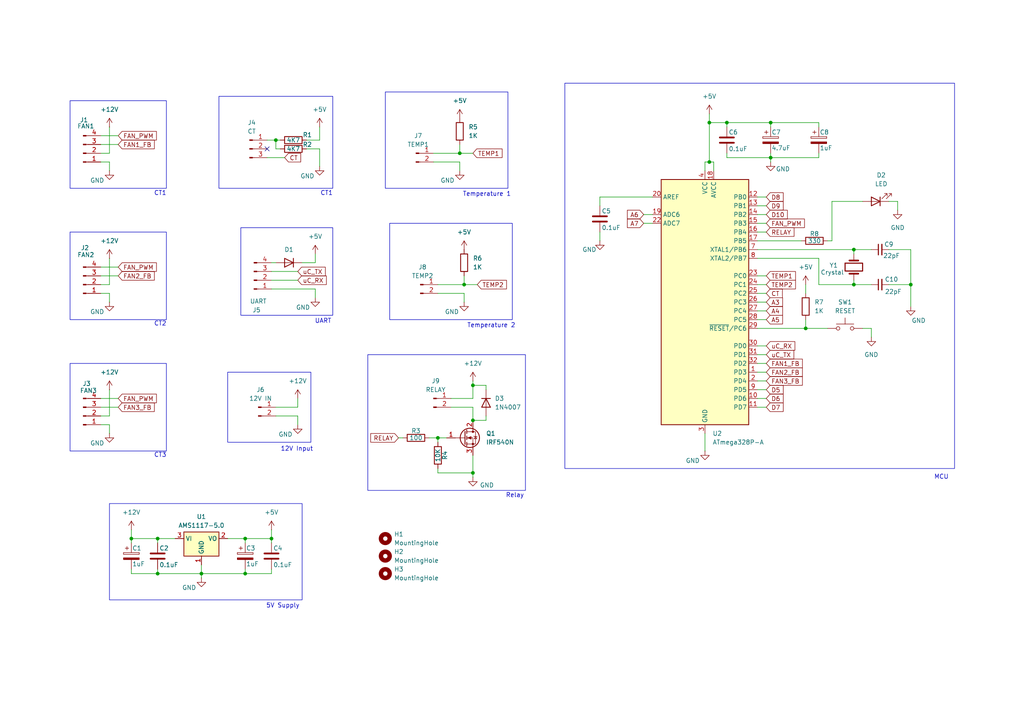
<source format=kicad_sch>
(kicad_sch (version 20231120) (generator "eeschema") (generator_version "8.0")
  (paper "A4")
  (lib_symbols
    (symbol "Connector:Conn_01x02_Pin" (pin_names (offset 1.016) hide)
      (property "Reference" "J" (at 0 2.54 0))
      (property "Value" "Conn_01x02_Pin" (at 0 -5.08 0))
      (symbol "Conn_01x02_Pin_1_1"
        (polyline (pts (xy 1.27 -2.54) (xy 0.8636 -2.54)) (stroke (width 0.1524)))
        (polyline (pts (xy 1.27 0) (xy 0.8636 0)) (stroke (width 0.1524)))
        (rectangle (start 0.8636 -2.413) (end 0 -2.667) (stroke (width 0.1524)) (fill (type outline)))
        (rectangle (start 0.8636 0.127) (end 0 -0.127) (stroke (width 0.1524)) (fill (type outline)))
        (pin passive line (at 5.08 0 180) (length 3.81) (name "Pin_1") (number "1"))
        (pin passive line (at 5.08 -2.54 180) (length 3.81) (name "Pin_2") (number "2"))
      )
    )
    (symbol "Connector:Conn_01x03_Pin" (pin_names (offset 1.016) hide)
      (property "Reference" "J" (at 0 5.08 0))
      (property "Value" "Conn_01x03_Pin" (at 0 -5.08 0))
      (symbol "Conn_01x03_Pin_1_1"
        (polyline (pts (xy 1.27 -2.54) (xy 0.8636 -2.54)) (stroke (width 0.1524)))
        (polyline (pts (xy 1.27 0) (xy 0.8636 0)) (stroke (width 0.1524)))
        (polyline (pts (xy 1.27 2.54) (xy 0.8636 2.54)) (stroke (width 0.1524)))
        (rectangle (start 0.8636 -2.413) (end 0 -2.667) (stroke (width 0.1524)) (fill (type outline)))
        (rectangle (start 0.8636 0.127) (end 0 -0.127) (stroke (width 0.1524)) (fill (type outline)))
        (rectangle (start 0.8636 2.667) (end 0 2.413) (stroke (width 0.1524)) (fill (type outline)))
        (pin passive line (at 5.08 2.54 180) (length 3.81) (name "Pin_1") (number "1"))
        (pin passive line (at 5.08 0 180) (length 3.81) (name "Pin_2") (number "2"))
        (pin passive line (at 5.08 -2.54 180) (length 3.81) (name "Pin_3") (number "3"))
      )
    )
    (symbol "Connector:Conn_01x04_Pin" (pin_names (offset 1.016) hide)
      (property "Reference" "J" (at 0 5.08 0))
      (property "Value" "Conn_01x04_Pin" (at 0 -7.62 0))
      (symbol "Conn_01x04_Pin_1_1"
        (polyline (pts (xy 1.27 -5.08) (xy 0.8636 -5.08)) (stroke (width 0.1524)))
        (polyline (pts (xy 1.27 -2.54) (xy 0.8636 -2.54)) (stroke (width 0.1524)))
        (polyline (pts (xy 1.27 0) (xy 0.8636 0)) (stroke (width 0.1524)))
        (polyline (pts (xy 1.27 2.54) (xy 0.8636 2.54)) (stroke (width 0.1524)))
        (rectangle (start 0.8636 -4.953) (end 0 -5.207) (stroke (width 0.1524)) (fill (type outline)))
        (rectangle (start 0.8636 -2.413) (end 0 -2.667) (stroke (width 0.1524)) (fill (type outline)))
        (rectangle (start 0.8636 0.127) (end 0 -0.127) (stroke (width 0.1524)) (fill (type outline)))
        (rectangle (start 0.8636 2.667) (end 0 2.413) (stroke (width 0.1524)) (fill (type outline)))
        (pin passive line (at 5.08 2.54 180) (length 3.81) (name "Pin_1") (number "1"))
        (pin passive line (at 5.08 0 180) (length 3.81) (name "Pin_2") (number "2"))
        (pin passive line (at 5.08 -2.54 180) (length 3.81) (name "Pin_3") (number "3"))
        (pin passive line (at 5.08 -5.08 180) (length 3.81) (name "Pin_4") (number "4"))
      )
    )
    (symbol "Device:C" (pin_numbers hide) (pin_names (offset 0.254))
      (property "Reference" "C" (at 0.635 2.54 0))
      (property "Value" "C" (at 0.635 -2.54 0))
      (symbol "C_0_1"
        (polyline (pts (xy -2.032 -0.762) (xy 2.032 -0.762)) (stroke (width 0.508)))
        (polyline (pts (xy -2.032 0.762) (xy 2.032 0.762)) (stroke (width 0.508)))
      )
      (symbol "C_1_1"
        (pin passive line (at 0 3.81 270) (length 2.794) (name "~") (number "1"))
        (pin passive line (at 0 -3.81 90) (length 2.794) (name "~") (number "2"))
      )
    )
    (symbol "Device:C_Polarized" (pin_numbers hide) (pin_names (offset 0.254))
      (property "Reference" "C" (at 0.635 2.54 0))
      (property "Value" "C_Polarized" (at 0.635 -2.54 0))
      (symbol "C_Polarized_0_1"
        (rectangle (start -2.286 0.508) (end 2.286 1.016))
        (polyline (pts (xy -1.778 2.286) (xy -0.762 2.286)))
        (polyline (pts (xy -1.27 2.794) (xy -1.27 1.778)))
        (rectangle (start 2.286 -0.508) (end -2.286 -1.016) (fill (type outline)))
      )
      (symbol "C_Polarized_1_1"
        (pin passive line (at 0 3.81 270) (length 2.794) (name "~") (number "1"))
        (pin passive line (at 0 -3.81 90) (length 2.794) (name "~") (number "2"))
      )
    )
    (symbol "Device:C_Small" (pin_numbers hide) (pin_names (offset 0.254) hide)
      (property "Reference" "C" (at 0.254 1.778 0))
      (property "Value" "C_Small" (at 0.254 -2.032 0))
      (symbol "C_Small_0_1"
        (polyline (pts (xy -1.524 -0.508) (xy 1.524 -0.508)) (stroke (width 0.3302)))
        (polyline (pts (xy -1.524 0.508) (xy 1.524 0.508)) (stroke (width 0.3048)))
      )
      (symbol "C_Small_1_1"
        (pin passive line (at 0 2.54 270) (length 2.032) (name "~") (number "1"))
        (pin passive line (at 0 -2.54 90) (length 2.032) (name "~") (number "2"))
      )
    )
    (symbol "Device:Crystal" (pin_numbers hide) (pin_names (offset 1.016) hide)
      (property "Reference" "Y" (at 0 3.81 0))
      (property "Value" "Crystal" (at 0 -3.81 0))
      (symbol "Crystal_0_1"
        (rectangle (start -1.143 2.54) (end 1.143 -2.54) (stroke (width 0.3048)))
        (polyline (pts (xy -2.54 0) (xy -1.905 0)))
        (polyline (pts (xy -1.905 -1.27) (xy -1.905 1.27)) (stroke (width 0.508)))
        (polyline (pts (xy 1.905 -1.27) (xy 1.905 1.27)) (stroke (width 0.508)))
        (polyline (pts (xy 2.54 0) (xy 1.905 0)))
      )
      (symbol "Crystal_1_1"
        (pin passive line (at -3.81 0 0) (length 1.27) (name "1") (number "1"))
        (pin passive line (at 3.81 0 180) (length 1.27) (name "2") (number "2"))
      )
    )
    (symbol "Device:D" (pin_numbers hide) (pin_names (offset 1.016) hide)
      (property "Reference" "D" (at 0 2.54 0))
      (property "Value" "D" (at 0 -2.54 0))
      (symbol "D_0_1"
        (polyline (pts (xy -1.27 1.27) (xy -1.27 -1.27)) (stroke (width 0.254)))
        (polyline (pts (xy 1.27 0) (xy -1.27 0)))
        (polyline (pts (xy 1.27 1.27) (xy 1.27 -1.27) (xy -1.27 0) (xy 1.27 1.27)) (stroke (width 0.254)))
      )
      (symbol "D_1_1"
        (pin passive line (at -3.81 0 0) (length 2.54) (name "K") (number "1"))
        (pin passive line (at 3.81 0 180) (length 2.54) (name "A") (number "2"))
      )
    )
    (symbol "Device:LED" (pin_numbers hide) (pin_names (offset 1.016) hide)
      (property "Reference" "D" (at 0 2.54 0))
      (property "Value" "LED" (at 0 -2.54 0))
      (symbol "LED_0_1"
        (polyline (pts (xy -1.27 -1.27) (xy -1.27 1.27)) (stroke (width 0.254)))
        (polyline (pts (xy -1.27 0) (xy 1.27 0)))
        (polyline (pts (xy 1.27 -1.27) (xy 1.27 1.27) (xy -1.27 0) (xy 1.27 -1.27)) (stroke (width 0.254)))
        (polyline (pts (xy -3.048 -0.762) (xy -4.572 -2.286) (xy -3.81 -2.286) (xy -4.572 -2.286) (xy -4.572 -1.524)))
        (polyline (pts (xy -1.778 -0.762) (xy -3.302 -2.286) (xy -2.54 -2.286) (xy -3.302 -2.286) (xy -3.302 -1.524)))
      )
      (symbol "LED_1_1"
        (pin passive line (at -3.81 0 0) (length 2.54) (name "K") (number "1"))
        (pin passive line (at 3.81 0 180) (length 2.54) (name "A") (number "2"))
      )
    )
    (symbol "Device:R" (pin_numbers hide) (pin_names (offset 0))
      (property "Reference" "R" (at 2.032 0 90))
      (property "Value" "R" (at 0 0 90))
      (symbol "R_0_1"
        (rectangle (start -1.016 -2.54) (end 1.016 2.54) (stroke (width 0.254)))
      )
      (symbol "R_1_1"
        (pin passive line (at 0 3.81 270) (length 1.27) (name "~") (number "1"))
        (pin passive line (at 0 -3.81 90) (length 1.27) (name "~") (number "2"))
      )
    )
    (symbol "MCU_Microchip_ATmega:ATmega328P-A"
      (property "Reference" "U" (at -12.7 36.83 0))
      (property "Value" "ATmega328P-A" (at 2.54 -36.83 0))
      (symbol "ATmega328P-A_0_1"
        (rectangle (start -12.7 -35.56) (end 12.7 35.56) (stroke (width 0.254)) (fill (type background)))
      )
      (symbol "ATmega328P-A_1_1"
        (pin bidirectional line (at 15.24 -20.32 180) (length 2.54) (name "PD3") (number "1"))
        (pin bidirectional line (at 15.24 -27.94 180) (length 2.54) (name "PD6") (number "10"))
        (pin bidirectional line (at 15.24 -30.48 180) (length 2.54) (name "PD7") (number "11"))
        (pin bidirectional line (at 15.24 30.48 180) (length 2.54) (name "PB0") (number "12"))
        (pin bidirectional line (at 15.24 27.94 180) (length 2.54) (name "PB1") (number "13"))
        (pin bidirectional line (at 15.24 25.4 180) (length 2.54) (name "PB2") (number "14"))
        (pin bidirectional line (at 15.24 22.86 180) (length 2.54) (name "PB3") (number "15"))
        (pin bidirectional line (at 15.24 20.32 180) (length 2.54) (name "PB4") (number "16"))
        (pin bidirectional line (at 15.24 17.78 180) (length 2.54) (name "PB5") (number "17"))
        (pin power_in line (at 2.54 38.1 270) (length 2.54) (name "AVCC") (number "18"))
        (pin input line (at -15.24 25.4 0) (length 2.54) (name "ADC6") (number "19"))
        (pin bidirectional line (at 15.24 -22.86 180) (length 2.54) (name "PD4") (number "2"))
        (pin passive line (at -15.24 30.48 0) (length 2.54) (name "AREF") (number "20"))
        (pin passive line (at 0 -38.1 90) (length 2.54) hide (name "GND") (number "21"))
        (pin input line (at -15.24 22.86 0) (length 2.54) (name "ADC7") (number "22"))
        (pin bidirectional line (at 15.24 7.62 180) (length 2.54) (name "PC0") (number "23"))
        (pin bidirectional line (at 15.24 5.08 180) (length 2.54) (name "PC1") (number "24"))
        (pin bidirectional line (at 15.24 2.54 180) (length 2.54) (name "PC2") (number "25"))
        (pin bidirectional line (at 15.24 0 180) (length 2.54) (name "PC3") (number "26"))
        (pin bidirectional line (at 15.24 -2.54 180) (length 2.54) (name "PC4") (number "27"))
        (pin bidirectional line (at 15.24 -5.08 180) (length 2.54) (name "PC5") (number "28"))
        (pin bidirectional line (at 15.24 -7.62 180) (length 2.54) (name "~{RESET}/PC6") (number "29"))
        (pin power_in line (at 0 -38.1 90) (length 2.54) (name "GND") (number "3"))
        (pin bidirectional line (at 15.24 -12.7 180) (length 2.54) (name "PD0") (number "30"))
        (pin bidirectional line (at 15.24 -15.24 180) (length 2.54) (name "PD1") (number "31"))
        (pin bidirectional line (at 15.24 -17.78 180) (length 2.54) (name "PD2") (number "32"))
        (pin power_in line (at 0 38.1 270) (length 2.54) (name "VCC") (number "4"))
        (pin passive line (at 0 -38.1 90) (length 2.54) hide (name "GND") (number "5"))
        (pin passive line (at 0 38.1 270) (length 2.54) hide (name "VCC") (number "6"))
        (pin bidirectional line (at 15.24 15.24 180) (length 2.54) (name "XTAL1/PB6") (number "7"))
        (pin bidirectional line (at 15.24 12.7 180) (length 2.54) (name "XTAL2/PB7") (number "8"))
        (pin bidirectional line (at 15.24 -25.4 180) (length 2.54) (name "PD5") (number "9"))
      )
    )
    (symbol "Mechanical:MountingHole" (pin_names (offset 1.016)) (exclude_from_sim yes) (in_bom no)
      (property "Reference" "H" (at 0 5.08 0))
      (property "Value" "MountingHole" (at 0 3.175 0))
      (symbol "MountingHole_0_1"
        (circle (center 0 0) (radius 1.27) (stroke (width 1.27)))
      )
    )
    (symbol "Regulator_Linear:AMS1117-5.0"
      (property "Reference" "U" (at -3.81 3.175 0))
      (property "Value" "AMS1117-5.0" (at 0 3.175 0))
      (symbol "AMS1117-5.0_0_1"
        (rectangle (start -5.08 -5.08) (end 5.08 1.905) (stroke (width 0.254)) (fill (type background)))
      )
      (symbol "AMS1117-5.0_1_1"
        (pin power_in line (at 0 -7.62 90) (length 2.54) (name "GND") (number "1"))
        (pin power_out line (at 7.62 0 180) (length 2.54) (name "VO") (number "2"))
        (pin power_in line (at -7.62 0 0) (length 2.54) (name "VI") (number "3"))
      )
    )
    (symbol "Switch:SW_Push" (pin_numbers hide) (pin_names (offset 1.016) hide)
      (property "Reference" "SW" (at 1.27 2.54 0))
      (property "Value" "SW_Push" (at 0 -1.524 0))
      (symbol "SW_Push_0_1"
        (circle (center -2.032 0) (radius 0.508))
        (polyline (pts (xy 0 1.27) (xy 0 3.048)))
        (polyline (pts (xy 2.54 1.27) (xy -2.54 1.27)))
        (circle (center 2.032 0) (radius 0.508))
        (pin passive line (at -5.08 0 0) (length 2.54) (name "1") (number "1"))
        (pin passive line (at 5.08 0 180) (length 2.54) (name "2") (number "2"))
      )
    )
    (symbol "Transistor_FET:IRF540N" (pin_names hide)
      (property "Reference" "Q" (at 5.08 1.905 0))
      (property "Value" "IRF540N" (at 5.08 0 0))
      (symbol "IRF540N_0_1"
        (polyline (pts (xy 0.254 0) (xy -2.54 0)))
        (polyline (pts (xy 0.254 1.905) (xy 0.254 -1.905)) (stroke (width 0.254)))
        (polyline (pts (xy 0.762 -1.27) (xy 0.762 -2.286)) (stroke (width 0.254)))
        (polyline (pts (xy 0.762 0.508) (xy 0.762 -0.508)) (stroke (width 0.254)))
        (polyline (pts (xy 0.762 2.286) (xy 0.762 1.27)) (stroke (width 0.254)))
        (polyline (pts (xy 2.54 2.54) (xy 2.54 1.778)))
        (polyline (pts (xy 2.54 -2.54) (xy 2.54 0) (xy 0.762 0)))
        (polyline (pts (xy 0.762 -1.778) (xy 3.302 -1.778) (xy 3.302 1.778) (xy 0.762 1.778)))
        (polyline (pts (xy 1.016 0) (xy 2.032 0.381) (xy 2.032 -0.381) (xy 1.016 0)) (fill (type outline)))
        (polyline (pts (xy 2.794 0.508) (xy 2.921 0.381) (xy 3.683 0.381) (xy 3.81 0.254)))
        (polyline (pts (xy 3.302 0.381) (xy 2.921 -0.254) (xy 3.683 -0.254) (xy 3.302 0.381)))
        (circle (center 1.651 0) (radius 2.794) (stroke (width 0.254)))
        (circle (center 2.54 -1.778) (radius 0.254) (fill (type outline)))
        (circle (center 2.54 1.778) (radius 0.254) (fill (type outline)))
      )
      (symbol "IRF540N_1_1"
        (pin input line (at -5.08 0 0) (length 2.54) (name "G") (number "1"))
        (pin passive line (at 2.54 5.08 270) (length 2.54) (name "D") (number "2"))
        (pin passive line (at 2.54 -5.08 90) (length 2.54) (name "S") (number "3"))
      )
    )
    (symbol "power:+12V" (power) (pin_numbers hide) (pin_names (offset 0) hide)
      (property "Value" "+12V" (at 0 3.556 0))
      (symbol "+12V_0_1"
        (polyline (pts (xy -0.762 1.27) (xy 0 2.54)))
        (polyline (pts (xy 0 0) (xy 0 2.54)))
        (polyline (pts (xy 0 2.54) (xy 0.762 1.27)))
      )
      (symbol "+12V_1_1"
        (pin power_in line (at 0 0 90) (length 0) (name "~") (number "1"))
      )
    )
    (symbol "power:+5V" (power) (pin_numbers hide) (pin_names (offset 0) hide)
      (property "Value" "+5V" (at 0 3.556 0))
      (symbol "+5V_0_1"
        (polyline (pts (xy -0.762 1.27) (xy 0 2.54)))
        (polyline (pts (xy 0 0) (xy 0 2.54)))
        (polyline (pts (xy 0 2.54) (xy 0.762 1.27)))
      )
      (symbol "+5V_1_1"
        (pin power_in line (at 0 0 90) (length 0) (name "~") (number "1"))
      )
    )
    (symbol "power:GND" (power) (pin_numbers hide) (pin_names (offset 0) hide)
      (property "Value" "GND" (at 0 -3.81 0))
      (symbol "GND_0_1"
        (polyline (pts (xy 0 0) (xy 0 -1.27) (xy 1.27 -1.27) (xy 0 -2.54) (xy -1.27 -1.27) (xy 0 -1.27)))
      )
      (symbol "GND_1_1"
        (pin power_in line (at 0 0 270) (length 0) (name "~") (number "1"))
      )
    )
  )
  (junction (at 71.12 156.21))
  (junction (at 210.82 35.56))
  (junction (at 133.35 44.45))
  (junction (at 223.52 35.56))
  (junction (at 137.16 111.76))
  (junction (at 233.68 95.25))
  (junction (at 247.65 82.55))
  (junction (at 45.72 166.37))
  (junction (at 127 127))
  (junction (at 137.16 137.16))
  (junction (at 38.1 156.21))
  (junction (at 205.74 46.99))
  (junction (at 45.72 156.21))
  (junction (at 80.01 40.64))
  (junction (at 247.65 72.39))
  (junction (at 134.62 82.55))
  (junction (at 205.74 35.56))
  (junction (at 78.74 156.21))
  (junction (at 137.16 121.92))
  (junction (at 71.12 166.37))
  (junction (at 58.42 166.37))
  (junction (at 264.16 82.55))
  (junction (at 223.52 45.72))
  (no_connect (at 77.47 43.18))
  (wire (pts (xy 130.81 115.57) (xy 137.16 115.57)))
  (wire (pts (xy 77.47 45.72) (xy 82.55 45.72)))
  (wire (pts (xy 78.74 83.82) (xy 91.44 83.82)))
  (wire (pts (xy 210.82 35.56) (xy 210.82 36.83)))
  (wire (pts (xy 38.1 165.1) (xy 38.1 166.37)))
  (wire (pts (xy 91.44 76.2) (xy 87.63 76.2)))
  (wire (pts (xy 237.49 44.45) (xy 237.49 45.72)))
  (wire (pts (xy 29.21 115.57) (xy 34.29 115.57)))
  (wire (pts (xy 78.74 76.2) (xy 80.01 76.2)))
  (wire (pts (xy 223.52 36.83) (xy 223.52 35.56)))
  (wire (pts (xy 45.72 156.21) (xy 45.72 157.48)))
  (wire (pts (xy 137.16 111.76) (xy 137.16 110.49)))
  (wire (pts (xy 86.36 118.11) (xy 86.36 115.57)))
  (wire (pts (xy 219.71 113.03) (xy 222.25 113.03)))
  (wire (pts (xy 257.81 72.39) (xy 264.16 72.39)))
  (wire (pts (xy 219.71 115.57) (xy 222.25 115.57)))
  (wire (pts (xy 31.75 44.45) (xy 29.21 44.45)))
  (wire (pts (xy 88.9 40.64) (xy 92.71 40.64)))
  (wire (pts (xy 125.73 46.99) (xy 133.35 46.99)))
  (wire (pts (xy 247.65 82.55) (xy 247.65 81.28)))
  (wire (pts (xy 173.99 59.69) (xy 173.99 57.15)))
  (wire (pts (xy 31.75 82.55) (xy 29.21 82.55)))
  (wire (pts (xy 223.52 35.56) (xy 210.82 35.56)))
  (wire (pts (xy 205.74 35.56) (xy 205.74 46.99)))
  (wire (pts (xy 134.62 85.09) (xy 134.62 87.63)))
  (wire (pts (xy 29.21 123.19) (xy 31.75 123.19)))
  (wire (pts (xy 219.71 90.17) (xy 222.25 90.17)))
  (wire (pts (xy 264.16 72.39) (xy 264.16 82.55)))
  (wire (pts (xy 127 82.55) (xy 134.62 82.55)))
  (wire (pts (xy 31.75 36.83) (xy 31.75 44.45)))
  (wire (pts (xy 127 127) (xy 129.54 127)))
  (wire (pts (xy 80.01 40.64) (xy 81.28 40.64)))
  (wire (pts (xy 237.49 36.83) (xy 237.49 35.56)))
  (wire (pts (xy 219.71 62.23) (xy 222.25 62.23)))
  (wire (pts (xy 29.21 77.47) (xy 34.29 77.47)))
  (wire (pts (xy 78.74 81.28) (xy 86.36 81.28)))
  (wire (pts (xy 173.99 57.15) (xy 189.23 57.15)))
  (wire (pts (xy 247.65 72.39) (xy 247.65 73.66)))
  (wire (pts (xy 219.71 67.31) (xy 222.25 67.31)))
  (wire (pts (xy 140.97 111.76) (xy 137.16 111.76)))
  (wire (pts (xy 125.73 44.45) (xy 133.35 44.45)))
  (wire (pts (xy 31.75 85.09) (xy 31.75 87.63)))
  (wire (pts (xy 137.16 132.08) (xy 137.16 137.16)))
  (wire (pts (xy 205.74 33.02) (xy 205.74 35.56)))
  (wire (pts (xy 92.71 40.64) (xy 92.71 36.83)))
  (wire (pts (xy 233.68 95.25) (xy 240.03 95.25)))
  (wire (pts (xy 45.72 156.21) (xy 38.1 156.21)))
  (wire (pts (xy 92.71 43.18) (xy 92.71 48.26)))
  (wire (pts (xy 260.35 58.42) (xy 257.81 58.42)))
  (wire (pts (xy 133.35 46.99) (xy 133.35 49.53)))
  (wire (pts (xy 29.21 39.37) (xy 34.29 39.37)))
  (wire (pts (xy 80.01 118.11) (xy 86.36 118.11)))
  (wire (pts (xy 219.71 87.63) (xy 222.25 87.63)))
  (wire (pts (xy 204.47 46.99) (xy 205.74 46.99)))
  (wire (pts (xy 71.12 156.21) (xy 71.12 157.48)))
  (wire (pts (xy 210.82 45.72) (xy 223.52 45.72)))
  (wire (pts (xy 219.71 74.93) (xy 237.49 74.93)))
  (wire (pts (xy 233.68 82.55) (xy 233.68 85.09)))
  (wire (pts (xy 237.49 82.55) (xy 247.65 82.55)))
  (wire (pts (xy 219.71 59.69) (xy 222.25 59.69)))
  (wire (pts (xy 86.36 120.65) (xy 86.36 123.19)))
  (wire (pts (xy 31.75 120.65) (xy 29.21 120.65)))
  (wire (pts (xy 205.74 35.56) (xy 210.82 35.56)))
  (wire (pts (xy 29.21 80.01) (xy 34.29 80.01)))
  (wire (pts (xy 127 127) (xy 127 128.27)))
  (wire (pts (xy 219.71 102.87) (xy 222.25 102.87)))
  (wire (pts (xy 223.52 45.72) (xy 237.49 45.72)))
  (wire (pts (xy 219.71 118.11) (xy 222.25 118.11)))
  (wire (pts (xy 223.52 44.45) (xy 223.52 45.72)))
  (wire (pts (xy 241.3 58.42) (xy 250.19 58.42)))
  (wire (pts (xy 78.74 78.74) (xy 86.36 78.74)))
  (wire (pts (xy 58.42 163.83) (xy 58.42 166.37)))
  (wire (pts (xy 219.71 85.09) (xy 222.25 85.09)))
  (wire (pts (xy 219.71 82.55) (xy 222.25 82.55)))
  (wire (pts (xy 38.1 156.21) (xy 38.1 157.48)))
  (wire (pts (xy 219.71 105.41) (xy 222.25 105.41)))
  (wire (pts (xy 204.47 125.73) (xy 204.47 130.81)))
  (wire (pts (xy 241.3 58.42) (xy 241.3 69.85)))
  (wire (pts (xy 80.01 120.65) (xy 86.36 120.65)))
  (wire (pts (xy 77.47 40.64) (xy 80.01 40.64)))
  (wire (pts (xy 252.73 95.25) (xy 252.73 97.79)))
  (wire (pts (xy 140.97 121.92) (xy 137.16 121.92)))
  (wire (pts (xy 137.16 115.57) (xy 137.16 111.76)))
  (wire (pts (xy 219.71 57.15) (xy 222.25 57.15)))
  (wire (pts (xy 130.81 118.11) (xy 137.16 118.11)))
  (wire (pts (xy 127 135.89) (xy 127 137.16)))
  (wire (pts (xy 45.72 166.37) (xy 58.42 166.37)))
  (wire (pts (xy 80.01 43.18) (xy 81.28 43.18)))
  (wire (pts (xy 38.1 166.37) (xy 45.72 166.37)))
  (wire (pts (xy 210.82 44.45) (xy 210.82 45.72)))
  (wire (pts (xy 78.74 153.67) (xy 78.74 156.21)))
  (wire (pts (xy 134.62 82.55) (xy 134.62 80.01)))
  (wire (pts (xy 260.35 60.96) (xy 260.35 58.42)))
  (wire (pts (xy 78.74 166.37) (xy 71.12 166.37)))
  (wire (pts (xy 137.16 137.16) (xy 137.16 138.43)))
  (wire (pts (xy 80.01 40.64) (xy 80.01 43.18)))
  (wire (pts (xy 257.81 82.55) (xy 264.16 82.55)))
  (wire (pts (xy 91.44 83.82) (xy 91.44 86.36)))
  (wire (pts (xy 124.46 127) (xy 127 127)))
  (wire (pts (xy 219.71 72.39) (xy 247.65 72.39)))
  (wire (pts (xy 31.75 113.03) (xy 31.75 120.65)))
  (wire (pts (xy 134.62 82.55) (xy 138.43 82.55)))
  (wire (pts (xy 219.71 64.77) (xy 222.25 64.77)))
  (wire (pts (xy 29.21 118.11) (xy 34.29 118.11)))
  (wire (pts (xy 88.9 43.18) (xy 92.71 43.18)))
  (wire (pts (xy 31.75 46.99) (xy 31.75 49.53)))
  (wire (pts (xy 133.35 44.45) (xy 133.35 41.91)))
  (wire (pts (xy 78.74 156.21) (xy 78.74 157.48)))
  (wire (pts (xy 219.71 92.71) (xy 222.25 92.71)))
  (wire (pts (xy 29.21 41.91) (xy 34.29 41.91)))
  (wire (pts (xy 29.21 85.09) (xy 31.75 85.09)))
  (wire (pts (xy 31.75 74.93) (xy 31.75 82.55)))
  (wire (pts (xy 205.74 46.99) (xy 207.01 46.99)))
  (wire (pts (xy 91.44 73.66) (xy 91.44 76.2)))
  (wire (pts (xy 71.12 165.1) (xy 71.12 166.37)))
  (wire (pts (xy 115.57 127) (xy 116.84 127)))
  (wire (pts (xy 127 85.09) (xy 134.62 85.09)))
  (wire (pts (xy 137.16 118.11) (xy 137.16 121.92)))
  (wire (pts (xy 219.71 69.85) (xy 232.41 69.85)))
  (wire (pts (xy 38.1 156.21) (xy 38.1 153.67)))
  (wire (pts (xy 204.47 49.53) (xy 204.47 46.99)))
  (wire (pts (xy 50.8 156.21) (xy 45.72 156.21)))
  (wire (pts (xy 66.04 156.21) (xy 71.12 156.21)))
  (wire (pts (xy 29.21 46.99) (xy 31.75 46.99)))
  (wire (pts (xy 223.52 45.72) (xy 223.52 46.99)))
  (wire (pts (xy 219.71 100.33) (xy 222.25 100.33)))
  (wire (pts (xy 186.69 64.77) (xy 189.23 64.77)))
  (wire (pts (xy 186.69 62.23) (xy 189.23 62.23)))
  (wire (pts (xy 140.97 113.03) (xy 140.97 111.76)))
  (wire (pts (xy 71.12 166.37) (xy 58.42 166.37)))
  (wire (pts (xy 241.3 69.85) (xy 240.03 69.85)))
  (wire (pts (xy 31.75 123.19) (xy 31.75 125.73)))
  (wire (pts (xy 219.71 80.01) (xy 222.25 80.01)))
  (wire (pts (xy 133.35 44.45) (xy 137.16 44.45)))
  (wire (pts (xy 247.65 82.55) (xy 252.73 82.55)))
  (wire (pts (xy 58.42 166.37) (xy 58.42 167.64)))
  (wire (pts (xy 247.65 72.39) (xy 252.73 72.39)))
  (wire (pts (xy 237.49 74.93) (xy 237.49 82.55)))
  (wire (pts (xy 140.97 120.65) (xy 140.97 121.92)))
  (wire (pts (xy 233.68 92.71) (xy 233.68 95.25)))
  (wire (pts (xy 264.16 82.55) (xy 264.16 88.9)))
  (wire (pts (xy 207.01 46.99) (xy 207.01 49.53)))
  (wire (pts (xy 250.19 95.25) (xy 252.73 95.25)))
  (wire (pts (xy 219.71 107.95) (xy 222.25 107.95)))
  (wire (pts (xy 45.72 165.1) (xy 45.72 166.37)))
  (wire (pts (xy 237.49 35.56) (xy 223.52 35.56)))
  (wire (pts (xy 219.71 95.25) (xy 233.68 95.25)))
  (wire (pts (xy 219.71 110.49) (xy 222.25 110.49)))
  (wire (pts (xy 78.74 165.1) (xy 78.74 166.37)))
  (wire (pts (xy 127 137.16) (xy 137.16 137.16)))
  (wire (pts (xy 71.12 156.21) (xy 78.74 156.21)))
  (wire (pts (xy 173.99 67.31) (xy 173.99 69.85)))
  (rectangle (start 31.75 146.05) (end 87.63 173.99))
  (rectangle (start 66.04 107.95) (end 90.17 128.27))
  (rectangle (start 69.85 66.04) (end 96.52 91.44))
  (rectangle (start 20.32 29.21) (end 48.26 54.61))
  (rectangle (start 20.32 105.41) (end 48.26 130.81))
  (rectangle (start 63.5 27.94) (end 96.52 54.61))
  (rectangle (start 106.68 102.87) (end 152.4 142.24))
  (rectangle (start 20.32 67.31) (end 48.26 92.71))
  (rectangle (start 111.76 26.67) (end 147.32 54.61))
  (rectangle (start 113.03 64.77) (end 148.59 92.71))
  (rectangle (start 163.83 24.13) (end 276.86 135.89))
  (text "CT2" (at 46.482 93.98 0) (effects (font (size 1.27 1.27))))
  (text "CT1" (at 94.742 56.134 0) (effects (font (size 1.27 1.27))))
  (text "Temperature 1" (at 141.224 56.388 0) (effects (font (size 1.27 1.27))))
  (text "12V Input" (at 86.106 130.302 0) (effects (font (size 1.27 1.27))))
  (text "CT3" (at 46.482 132.08 0) (effects (font (size 1.27 1.27))))
  (text "UART" (at 93.726 93.218 0) (effects (font (size 1.27 1.27))))
  (text "CT1" (at 46.482 56.134 0) (effects (font (size 1.27 1.27))))
  (text "Relay" (at 149.352 143.764 0) (effects (font (size 1.27 1.27))))
  (text "Temperature 2" (at 142.494 94.488 0) (effects (font (size 1.27 1.27))))
  (text "5V Supply" (at 82.042 175.768 0) (effects (font (size 1.27 1.27))))
  (text "MCU" (at 273.05 138.43 0) (effects (font (size 1.27 1.27))))
  (global_label "CT" (shape input) (at 82.55 45.72 0) (property "Intersheetrefs" "${INTERSHEET_REFS}" (effects (hide yes))))
  (global_label "A5" (shape input) (at 222.25 92.71 0) (property "Intersheetrefs" "${INTERSHEET_REFS}" (effects (hide yes))))
  (global_label "CT" (shape input) (at 222.25 85.09 0) (property "Intersheetrefs" "${INTERSHEET_REFS}" (effects (hide yes))))
  (global_label "A4" (shape input) (at 222.25 90.17 0) (property "Intersheetrefs" "${INTERSHEET_REFS}" (effects (hide yes))))
  (global_label "FAN_PWM" (shape input) (at 34.29 77.47 0) (property "Intersheetrefs" "${INTERSHEET_REFS}" (effects (hide yes))))
  (global_label "uC_TX" (shape input) (at 222.25 102.87 0) (property "Intersheetrefs" "${INTERSHEET_REFS}" (effects (hide yes))))
  (global_label "D7" (shape input) (at 222.25 118.11 0) (property "Intersheetrefs" "${INTERSHEET_REFS}" (effects (hide yes))))
  (global_label "D10" (shape input) (at 222.25 62.23 0) (property "Intersheetrefs" "${INTERSHEET_REFS}" (effects (hide yes))))
  (global_label "D8" (shape input) (at 222.25 57.15 0) (property "Intersheetrefs" "${INTERSHEET_REFS}" (effects (hide yes))))
  (global_label "FAN3_FB" (shape input) (at 34.29 118.11 0) (property "Intersheetrefs" "${INTERSHEET_REFS}" (effects (hide yes))))
  (global_label "RELAY" (shape input) (at 115.57 127 180) (property "Intersheetrefs" "${INTERSHEET_REFS}" (effects (hide yes))))
  (global_label "FAN2_FB" (shape input) (at 222.25 107.95 0) (property "Intersheetrefs" "${INTERSHEET_REFS}" (effects (hide yes))))
  (global_label "FAN1_FB" (shape input) (at 34.29 41.91 0) (property "Intersheetrefs" "${INTERSHEET_REFS}" (effects (hide yes))))
  (global_label "TEMP1" (shape input) (at 222.25 80.01 0) (property "Intersheetrefs" "${INTERSHEET_REFS}" (effects (hide yes))))
  (global_label "FAN2_FB" (shape input) (at 34.29 80.01 0) (property "Intersheetrefs" "${INTERSHEET_REFS}" (effects (hide yes))))
  (global_label "A3" (shape input) (at 222.25 87.63 0) (property "Intersheetrefs" "${INTERSHEET_REFS}" (effects (hide yes))))
  (global_label "TEMP2" (shape input) (at 222.25 82.55 0) (property "Intersheetrefs" "${INTERSHEET_REFS}" (effects (hide yes))))
  (global_label "TEMP1" (shape input) (at 137.16 44.45 0) (property "Intersheetrefs" "${INTERSHEET_REFS}" (effects (hide yes))))
  (global_label "FAN_PWM" (shape input) (at 34.29 115.57 0) (property "Intersheetrefs" "${INTERSHEET_REFS}" (effects (hide yes))))
  (global_label "A7" (shape input) (at 186.69 64.77 180) (property "Intersheetrefs" "${INTERSHEET_REFS}" (effects (hide yes))))
  (global_label "FAN3_FB" (shape input) (at 222.25 110.49 0) (property "Intersheetrefs" "${INTERSHEET_REFS}" (effects (hide yes))))
  (global_label "D9" (shape input) (at 222.25 59.69 0) (property "Intersheetrefs" "${INTERSHEET_REFS}" (effects (hide yes))))
  (global_label "uC_RX" (shape input) (at 222.25 100.33 0) (property "Intersheetrefs" "${INTERSHEET_REFS}" (effects (hide yes))))
  (global_label "FAN_PWM" (shape input) (at 34.29 39.37 0) (property "Intersheetrefs" "${INTERSHEET_REFS}" (effects (hide yes))))
  (global_label "A6" (shape input) (at 186.69 62.23 180) (property "Intersheetrefs" "${INTERSHEET_REFS}" (effects (hide yes))))
  (global_label "FAN1_FB" (shape input) (at 222.25 105.41 0) (property "Intersheetrefs" "${INTERSHEET_REFS}" (effects (hide yes))))
  (global_label "RELAY" (shape input) (at 222.25 67.31 0) (property "Intersheetrefs" "${INTERSHEET_REFS}" (effects (hide yes))))
  (global_label "TEMP2" (shape input) (at 138.43 82.55 0) (property "Intersheetrefs" "${INTERSHEET_REFS}" (effects (hide yes))))
  (global_label "D6" (shape input) (at 222.25 115.57 0) (property "Intersheetrefs" "${INTERSHEET_REFS}" (effects (hide yes))))
  (global_label "uC_RX" (shape input) (at 86.36 81.28 0) (property "Intersheetrefs" "${INTERSHEET_REFS}" (effects (hide yes))))
  (global_label "uC_TX" (shape input) (at 86.36 78.74 0) (property "Intersheetrefs" "${INTERSHEET_REFS}" (effects (hide yes))))
  (global_label "FAN_PWM" (shape input) (at 222.25 64.77 0) (property "Intersheetrefs" "${INTERSHEET_REFS}" (effects (hide yes))))
  (global_label "D5" (shape input) (at 222.25 113.03 0) (property "Intersheetrefs" "${INTERSHEET_REFS}" (effects (hide yes))))
  (symbol (lib_id "power:GND") (at 252.73 97.79 0) (unit 1)
    (property "Reference" "#PWR027" (effects (hide yes)))
    (property "Value" "GND" (at 252.73 102.87 0))
    (property "Description" "Power symbol creates a global label with name \"GND\" , ground" (effects (hide yes)))
  )
  (symbol (lib_id "power:+5V") (at 133.35 34.29 0) (unit 1)
    (property "Reference" "#PWR016" (effects (hide yes)))
    (property "Value" "+5V" (at 133.35 29.21 0))
    (property "Description" "Power symbol creates a global label with name \"+5V\"" (effects (hide yes)))
  )
  (symbol (lib_id "power:+12V") (at 38.1 153.67 0) (unit 1)
    (property "Reference" "#PWR07" (effects (hide yes)))
    (property "Value" "+12V" (at 38.1 148.59 0))
    (property "Description" "Power symbol creates a global label with name \"+12V\"" (effects (hide yes)))
  )
  (symbol (lib_id "Device:C_Small") (at 255.27 82.55 90) (unit 1)
    (property "Reference" "C10" (at 258.572 81.026 90))
    (property "Value" "22pF" (at 259.08 84.582 90))
    (property "Footprint" "Capacitor_SMD:C_0603_1608Metric_Pad1.08x0.95mm_HandSolder" (effects (hide yes)))
    (property "Description" "Unpolarized capacitor, small symbol" (effects (hide yes)))
    (property "Manufacturer" "YAGEO" (effects (hide yes)))
    (property "Mfg PN" "CC0603JRNPO9BN220" (effects (hide yes)))
    (property "LCSC Part #" "C105620" (effects (hide yes)))
  )
  (symbol (lib_id "Device:C_Polarized") (at 71.12 161.29 0) (unit 1)
    (property "Reference" "C3" (at 71.374 159.004 0) (effects (justify left)))
    (property "Value" "1uF" (at 71.374 163.576 0) (effects (justify left)))
    (property "Footprint" "Capacitor_SMD:C_0603_1608Metric_Pad1.08x0.95mm_HandSolder" (effects (hide yes)))
    (property "Description" "Polarized capacitor" (effects (hide yes)))
    (property "Manufacturer" "YAGEO" (effects (hide yes)))
    (property "Mfg PN" "CC0603KRX5R8BB105" (effects (hide yes)))
    (property "LCSC Part #" "C14664" (effects (hide yes)))
  )
  (symbol (lib_id "Device:C_Polarized") (at 237.49 40.64 0) (unit 1)
    (property "Reference" "C8" (at 237.744 38.354 0) (effects (justify left)))
    (property "Value" "1uF" (at 237.744 42.926 0) (effects (justify left)))
    (property "Footprint" "Capacitor_SMD:C_0603_1608Metric_Pad1.08x0.95mm_HandSolder" (effects (hide yes)))
    (property "Description" "Polarized capacitor" (effects (hide yes)))
    (property "Manufacturer" "YAGEO" (effects (hide yes)))
    (property "Mfg PN" "CC0603KRX5R8BB105" (effects (hide yes)))
    (property "LCSC Part #" "C14664" (effects (hide yes)))
  )
  (symbol (lib_id "power:+12V") (at 31.75 74.93 0) (unit 1)
    (property "Reference" "#PWR03" (effects (hide yes)))
    (property "Value" "+12V" (at 31.75 69.85 0))
    (property "Description" "Power symbol creates a global label with name \"+12V\"" (effects (hide yes)))
  )
  (symbol (lib_id "MCU_Microchip_ATmega:ATmega328P-A") (at 204.47 87.63 0) (unit 1)
    (property "Reference" "U2" (at 206.6641 125.73 0) (effects (justify left)))
    (property "Value" "ATmega328P-A" (at 206.6641 128.27 0) (effects (justify left)))
    (property "Footprint" "Package_QFP:TQFP-32_7x7mm_P0.8mm" (effects (hide yes)))
    (property "Datasheet" "http://ww1.microchip.com/downloads/en/DeviceDoc/ATmega328_P%20AVR%20MCU%20with%20picoPower%20Technology%20Data%20Sheet%2040001984A.pdf" (effects (hide yes)))
    (property "Description" "20MHz, 32kB Flash, 2kB SRAM, 1kB EEPROM, TQFP-32" (effects (hide yes)))
    (property "Manufacturer" " Microchip Tech" (effects (hide yes)))
    (property "Mfg PN" "ATmega328P-A" (effects (hide yes)))
    (property "LCSC Part #" "C14877" (effects (hide yes)))
  )
  (symbol (lib_id "power:GND") (at 260.35 60.96 0) (unit 1)
    (property "Reference" "#PWR028" (effects (hide yes)))
    (property "Value" "GND" (at 260.35 66.04 0))
    (property "Description" "Power symbol creates a global label with name \"GND\" , ground" (effects (hide yes)))
  )
  (symbol (lib_id "Connector:Conn_01x02_Pin") (at 125.73 115.57 0) (unit 1)
    (property "Reference" "J9" (at 126.365 110.49 0))
    (property "Value" "RELAY" (at 126.365 113.03 0))
    (property "Footprint" "TerminalBlock_RND:TerminalBlock_RND_205-00232_1x02_P5.08mm_Horizontal" (effects (hide yes)))
    (property "Description" "Generic connector, single row, 01x02, script generated" (effects (hide yes)))
    (property "Manufacturer" " Ningbo Kangnex Elec" (effects (hide yes)))
    (property "Mfg PN" " WJ500V-5.08-2P" (effects (hide yes)))
    (property "LCSC Part #" " C8465" (effects (hide yes)))
  )
  (symbol (lib_id "Connector:Conn_01x04_Pin") (at 73.66 81.28 0) (mirror x) (unit 1)
    (property "Reference" "J5" (at 74.422 89.916 0))
    (property "Value" "UART" (at 74.93 87.376 0))
    (property "Footprint" "Connector_JST:JST_XH_B4B-XH-A_1x04_P2.50mm_Vertical" (effects (hide yes)))
    (property "Description" "Generic connector, single row, 01x04, script generated" (effects (hide yes)))
    (property "Manufacturer" "HCTL" (effects (hide yes)))
    (property "Mfg PN" "ZX-XH2.54-4PZZ" (effects (hide yes)))
    (property "LCSC Part #" "C7429634" (effects (hide yes)))
  )
  (symbol (lib_id "Connector:Conn_01x04_Pin") (at 24.13 82.55 0) (mirror x) (unit 1)
    (property "Reference" "J2" (at 24.638 71.882 0))
    (property "Value" "FAN2" (at 24.892 73.914 0))
    (property "Footprint" "Connector_Molex:Molex_KK-254_AE-6410-04A_1x04_P2.54mm_Vertical" (effects (hide yes)))
    (property "Description" "Generic connector, single row, 01x04, script generated" (effects (hide yes)))
    (property "Manufacturer" "Molex" (effects (hide yes)))
    (property "Mfg PN" "470531000" (effects (hide yes)))
    (property "LCSC Part #" "C240840" (effects (hide yes)))
  )
  (symbol (lib_id "Mechanical:MountingHole") (at 111.76 166.37 0) (unit 1) (exclude_from_sim yes) (in_bom no)
    (property "Reference" "H3" (at 114.3 165.0999 0) (effects (justify left)))
    (property "Value" "MountingHole" (at 114.3 167.6399 0) (effects (justify left)))
    (property "Footprint" "MountingHole:MountingHole_3.2mm_M3" (effects (hide yes)))
    (property "Description" "Mounting Hole without connection" (effects (hide yes)))
  )
  (symbol (lib_id "power:GND") (at 204.47 130.81 0) (unit 1)
    (property "Reference" "#PWR023" (effects (hide yes)))
    (property "Value" "GND" (at 200.914 133.604 0))
    (property "Description" "Power symbol creates a global label with name \"GND\" , ground" (effects (hide yes)))
  )
  (symbol (lib_id "power:GND") (at 31.75 125.73 0) (unit 1)
    (property "Reference" "#PWR06" (effects (hide yes)))
    (property "Value" "GND" (at 28.194 128.524 0))
    (property "Description" "Power symbol creates a global label with name \"GND\" , ground" (effects (hide yes)))
  )
  (symbol (lib_id "power:+5V") (at 233.68 82.55 0) (unit 1)
    (property "Reference" "#PWR026" (effects (hide yes)))
    (property "Value" "+5V" (at 233.68 77.47 0))
    (property "Description" "Power symbol creates a global label with name \"+5V\"" (effects (hide yes)))
  )
  (symbol (lib_id "power:GND") (at 137.16 138.43 0) (unit 1)
    (property "Reference" "#PWR021" (effects (hide yes)))
    (property "Value" "GND" (at 141.224 140.716 0))
    (property "Description" "Power symbol creates a global label with name \"GND\" , ground" (effects (hide yes)))
  )
  (symbol (lib_id "power:+5V") (at 78.74 153.67 0) (unit 1)
    (property "Reference" "#PWR09" (effects (hide yes)))
    (property "Value" "+5V" (at 78.74 148.59 0))
    (property "Description" "Power symbol creates a global label with name \"+5V\"" (effects (hide yes)))
  )
  (symbol (lib_id "Device:R") (at 120.65 127 90) (unit 1)
    (property "Reference" "R3" (at 120.65 124.968 90))
    (property "Value" "100" (at 120.65 127 90))
    (property "Footprint" "Resistor_SMD:R_0603_1608Metric_Pad0.98x0.95mm_HandSolder" (effects (hide yes)))
    (property "Description" "Resistor" (effects (hide yes)))
    (property "Manufacturer" "YAGEO" (effects (hide yes)))
    (property "Mfg PN" "RC0603FR-07100RL" (effects (hide yes)))
    (property "LCSC Part #" "C105588" (effects (hide yes)))
  )
  (symbol (lib_id "Device:R") (at 236.22 69.85 90) (unit 1)
    (property "Reference" "R8" (at 236.22 67.818 90))
    (property "Value" "330" (at 236.22 69.85 90))
    (property "Footprint" "Resistor_SMD:R_0603_1608Metric_Pad0.98x0.95mm_HandSolder" (effects (hide yes)))
    (property "Description" "Resistor" (effects (hide yes)))
    (property "Manufacturer" "YAGEO" (effects (hide yes)))
    (property "Mfg PN" "RC0603FR-07330RL" (effects (hide yes)))
    (property "LCSC Part #" "C105881" (effects (hide yes)))
  )
  (symbol (lib_id "Mechanical:MountingHole") (at 111.76 156.21 0) (unit 1) (exclude_from_sim yes) (in_bom no)
    (property "Reference" "H1" (at 114.3 154.9399 0) (effects (justify left)))
    (property "Value" "MountingHole" (at 114.3 157.4799 0) (effects (justify left)))
    (property "Footprint" "MountingHole:MountingHole_3.2mm_M3" (effects (hide yes)))
    (property "Description" "Mounting Hole without connection" (effects (hide yes)))
  )
  (symbol (lib_id "Device:LED") (at 254 58.42 180) (unit 1)
    (property "Reference" "D2" (at 255.5875 50.8 0))
    (property "Value" "LED" (at 255.5875 53.34 0))
    (property "Footprint" "LED_SMD:LED_0603_1608Metric_Pad1.05x0.95mm_HandSolder" (effects (hide yes)))
    (property "Description" "Light emitting diode" (effects (hide yes)))
    (property "Manufacturer" "Lite_On" (effects (hide yes)))
    (property "Mfg PN" "LTST-C190GKT" (effects (hide yes)))
    (property "LCSC Part #" "C125093" (effects (hide yes)))
  )
  (symbol (lib_id "power:+12V") (at 86.36 115.57 0) (unit 1)
    (property "Reference" "#PWR010" (effects (hide yes)))
    (property "Value" "+12V" (at 86.36 110.49 0))
    (property "Description" "Power symbol creates a global label with name \"+12V\"" (effects (hide yes)))
  )
  (symbol (lib_id "Device:C") (at 45.72 161.29 0) (unit 1)
    (property "Reference" "C2" (at 46.228 159.004 0) (effects (justify left)))
    (property "Value" "0.1uF" (at 46.228 163.83 0) (effects (justify left)))
    (property "Footprint" "Capacitor_SMD:C_0603_1608Metric_Pad1.08x0.95mm_HandSolder" (effects (hide yes)))
    (property "Description" "Unpolarized capacitor" (effects (hide yes)))
    (property "Manufacturer" "YAGEO" (effects (hide yes)))
    (property "Mfg PN" "CC0603KRX7R8BB104" (effects (hide yes)))
    (property "LCSC Part #" "C92490" (effects (hide yes)))
  )
  (symbol (lib_id "power:GND") (at 134.62 87.63 0) (unit 1)
    (property "Reference" "#PWR019" (effects (hide yes)))
    (property "Value" "GND" (at 131.064 90.424 0))
    (property "Description" "Power symbol creates a global label with name \"GND\" , ground" (effects (hide yes)))
  )
  (symbol (lib_id "power:GND") (at 133.35 49.53 0) (unit 1)
    (property "Reference" "#PWR017" (effects (hide yes)))
    (property "Value" "GND" (at 129.794 52.324 0))
    (property "Description" "Power symbol creates a global label with name \"GND\" , ground" (effects (hide yes)))
  )
  (symbol (lib_id "power:+12V") (at 31.75 36.83 0) (unit 1)
    (property "Reference" "#PWR01" (effects (hide yes)))
    (property "Value" "+12V" (at 31.75 31.75 0))
    (property "Description" "Power symbol creates a global label with name \"+12V\"" (effects (hide yes)))
  )
  (symbol (lib_id "Device:R") (at 85.09 40.64 90) (unit 1)
    (property "Reference" "R1" (at 89.154 39.116 90))
    (property "Value" "4K7" (at 85.09 40.64 90))
    (property "Footprint" "Resistor_SMD:R_0603_1608Metric_Pad0.98x0.95mm_HandSolder" (effects (hide yes)))
    (property "Description" "Resistor" (effects (hide yes)))
    (property "Manufacturer" "YAGEO" (effects (hide yes)))
    (property "Mfg PN" "RC0603FR-074K7L" (effects (hide yes)))
    (property "LCSC Part #" "C99782" (effects (hide yes)))
  )
  (symbol (lib_id "Connector:Conn_01x04_Pin") (at 24.13 120.65 0) (mirror x) (unit 1)
    (property "Reference" "J3" (at 25.146 111.252 0))
    (property "Value" "FAN3" (at 25.654 113.284 0))
    (property "Footprint" "Connector_Molex:Molex_KK-254_AE-6410-04A_1x04_P2.54mm_Vertical" (effects (hide yes)))
    (property "Description" "Generic connector, single row, 01x04, script generated" (effects (hide yes)))
    (property "Manufacturer" "Molex" (effects (hide yes)))
    (property "Mfg PN" "470531000" (effects (hide yes)))
    (property "LCSC Part #" "C240840" (effects (hide yes)))
  )
  (symbol (lib_id "power:GND") (at 92.71 48.26 0) (unit 1)
    (property "Reference" "#PWR015" (effects (hide yes)))
    (property "Value" "GND" (at 89.154 51.054 0))
    (property "Description" "Power symbol creates a global label with name \"GND\" , ground" (effects (hide yes)))
  )
  (symbol (lib_id "Device:R") (at 233.68 88.9 0) (unit 1)
    (property "Reference" "R7" (at 236.22 87.6299 0) (effects (justify left)))
    (property "Value" "1K" (at 236.22 90.1699 0) (effects (justify left)))
    (property "Footprint" "Resistor_SMD:R_0603_1608Metric_Pad0.98x0.95mm_HandSolder" (effects (hide yes)))
    (property "Description" "Resistor" (effects (hide yes)))
    (property "Manufacturer" "YAGEO" (effects (hide yes)))
    (property "Mfg PN" "RC0603FR-071KL" (effects (hide yes)))
    (property "LCSC Part #" "C22548" (effects (hide yes)))
  )
  (symbol (lib_id "Device:C_Polarized") (at 38.1 161.29 0) (unit 1)
    (property "Reference" "C1" (at 38.354 159.004 0) (effects (justify left)))
    (property "Value" "1uF" (at 38.354 163.576 0) (effects (justify left)))
    (property "Footprint" "Capacitor_SMD:C_0603_1608Metric_Pad1.08x0.95mm_HandSolder" (effects (hide yes)))
    (property "Description" "Polarized capacitor" (effects (hide yes)))
    (property "Manufacturer" "YAGEO" (effects (hide yes)))
    (property "Mfg PN" "CC0603KRX5R8BB105" (effects (hide yes)))
    (property "LCSC Part #" "C14664" (effects (hide yes)))
  )
  (symbol (lib_id "Device:D") (at 140.97 116.84 270) (unit 1)
    (property "Reference" "D3" (at 143.51 115.5699 90) (effects (justify left)))
    (property "Value" "1N4007" (at 143.51 118.1099 90) (effects (justify left)))
    (property "Footprint" "Diode_SMD:D_SOD-123F" (effects (hide yes)))
    (property "Description" "Diode" (effects (hide yes)))
    (property "Sim.Device" "D" (effects (hide yes)))
    (property "Sim.Pins" "1=K 2=A" (effects (hide yes)))
    (property "Manufacturer" "MSKSEMI" (effects (hide yes)))
    (property "Mfg PN" "1N4007 A7" (effects (hide yes)))
    (property "LCSC Part #" "C2902912" (effects (hide yes)))
  )
  (symbol (lib_id "Mechanical:MountingHole") (at 111.76 161.29 0) (unit 1) (exclude_from_sim yes) (in_bom no)
    (property "Reference" "H2" (at 114.3 160.0199 0) (effects (justify left)))
    (property "Value" "MountingHole" (at 114.3 162.5599 0) (effects (justify left)))
    (property "Footprint" "MountingHole:MountingHole_3.2mm_M3" (effects (hide yes)))
    (property "Description" "Mounting Hole without connection" (effects (hide yes)))
  )
  (symbol (lib_id "Device:R") (at 85.09 43.18 90) (unit 1)
    (property "Reference" "R2" (at 89.154 41.91 90))
    (property "Value" "4K7" (at 85.09 43.18 90))
    (property "Footprint" "Resistor_SMD:R_0603_1608Metric_Pad0.98x0.95mm_HandSolder" (effects (hide yes)))
    (property "Description" "Resistor" (effects (hide yes)))
    (property "Manufacturer" "YAGEO" (effects (hide yes)))
    (property "Mfg PN" "RC0603FR-074K7L" (effects (hide yes)))
    (property "LCSC Part #" "C99782" (effects (hide yes)))
  )
  (symbol (lib_id "Device:C") (at 173.99 63.5 0) (unit 1)
    (property "Reference" "C5" (at 174.498 61.214 0) (effects (justify left)))
    (property "Value" "0.1uF" (at 174.498 66.04 0) (effects (justify left)))
    (property "Footprint" "Capacitor_SMD:C_0603_1608Metric_Pad1.08x0.95mm_HandSolder" (effects (hide yes)))
    (property "Description" "Unpolarized capacitor" (effects (hide yes)))
    (property "Manufacturer" "YAGEO" (effects (hide yes)))
    (property "Mfg PN" "CC0603KRX7R8BB104" (effects (hide yes)))
    (property "LCSC Part #" "C92490" (effects (hide yes)))
  )
  (symbol (lib_id "Device:R") (at 133.35 38.1 0) (unit 1)
    (property "Reference" "R5" (at 135.89 36.8299 0) (effects (justify left)))
    (property "Value" "1K" (at 135.89 39.3699 0) (effects (justify left)))
    (property "Footprint" "Resistor_SMD:R_0603_1608Metric_Pad0.98x0.95mm_HandSolder" (effects (hide yes)))
    (property "Description" "Resistor" (effects (hide yes)))
    (property "Manufacturer" "YAGEO" (effects (hide yes)))
    (property "Mfg PN" "RC0603FR-071KL" (effects (hide yes)))
    (property "LCSC Part #" "C22548" (effects (hide yes)))
  )
  (symbol (lib_id "power:+5V") (at 205.74 33.02 0) (unit 1)
    (property "Reference" "#PWR024" (effects (hide yes)))
    (property "Value" "+5V" (at 205.74 27.94 0))
    (property "Description" "Power symbol creates a global label with name \"+5V\"" (effects (hide yes)))
  )
  (symbol (lib_id "power:+12V") (at 31.75 113.03 0) (unit 1)
    (property "Reference" "#PWR05" (effects (hide yes)))
    (property "Value" "+12V" (at 31.75 107.95 0))
    (property "Description" "Power symbol creates a global label with name \"+12V\"" (effects (hide yes)))
  )
  (symbol (lib_id "Device:D") (at 83.82 76.2 180) (unit 1)
    (property "Reference" "D1" (at 83.82 72.39 0))
    (property "Value" "Safety Diode" (effects (hide yes)))
    (property "Footprint" "Diode_SMD:D_SOD-523" (effects (hide yes)))
    (property "Description" "Diode" (effects (hide yes)))
    (property "Sim.Device" "D" (effects (hide yes)))
    (property "Sim.Pins" "1=K 2=A" (effects (hide yes)))
    (property "Manufacturer" "onsemi" (effects (hide yes)))
    (property "Mfg PN" "RB521S30T1G" (effects (hide yes)))
    (property "LCSC Part #" "C145179" (effects (hide yes)))
  )
  (symbol (lib_id "Transistor_FET:IRF540N") (at 134.62 127 0) (unit 1)
    (property "Reference" "Q1" (at 140.97 125.7299 0) (effects (justify left)))
    (property "Value" "IRF540N" (at 140.97 128.2699 0) (effects (justify left)))
    (property "Footprint" "Package_TO_SOT_THT:TO-220-3_Horizontal_TabDown" (effects (hide yes)))
    (property "Datasheet" "http://www.irf.com/product-info/datasheets/data/irf540n.pdf" (effects (hide yes)))
    (property "Description" "33A Id, 100V Vds, HEXFET N-Channel MOSFET, TO-220" (effects (hide yes)))
    (property "Manufacturer" "Infineon" (effects (hide yes)))
    (property "Mfg PN" "IRF540NPBF" (effects (hide yes)))
    (property "LCSC Part #" "C2566" (effects (hide yes)))
  )
  (symbol (lib_id "Connector:Conn_01x03_Pin") (at 72.39 43.18 0) (unit 1)
    (property "Reference" "J4" (at 73.025 35.56 0))
    (property "Value" "CT" (at 73.025 38.1 0))
    (property "Footprint" "Connector_JST:JST_XH_B3B-XH-A_1x03_P2.50mm_Vertical" (effects (hide yes)))
    (property "Description" "Generic connector, single row, 01x03, script generated" (effects (hide yes)))
    (property "LCSC Part #" "C7429633" (effects (hide yes)))
    (property "Manufacturer" "Megastar" (effects (hide yes)))
    (property "Mfg PN" "ZX-XH2.54-3PZZ" (effects (hide yes)))
  )
  (symbol (lib_id "Device:R") (at 127 132.08 0) (unit 1)
    (property "Reference" "R4" (at 129.032 132.08 90))
    (property "Value" "10K" (at 127 132.08 90))
    (property "Footprint" "Resistor_SMD:R_0603_1608Metric_Pad0.98x0.95mm_HandSolder" (effects (hide yes)))
    (property "Description" "Resistor" (effects (hide yes)))
    (property "Manufacturer" "YAGEO" (effects (hide yes)))
    (property "Mfg PN" "RC0603FR-0710KL" (effects (hide yes)))
    (property "LCSC Part #" "C98220" (effects (hide yes)))
  )
  (symbol (lib_id "power:GND") (at 86.36 123.19 0) (unit 1)
    (property "Reference" "#PWR011" (effects (hide yes)))
    (property "Value" "GND" (at 82.804 125.984 0))
    (property "Description" "Power symbol creates a global label with name \"GND\" , ground" (effects (hide yes)))
  )
  (symbol (lib_id "Connector:Conn_01x04_Pin") (at 24.13 44.45 0) (mirror x) (unit 1)
    (property "Reference" "J1" (at 24.384 34.798 0))
    (property "Value" "FAN1" (at 24.892 36.576 0))
    (property "Footprint" "Connector_Molex:Molex_KK-254_AE-6410-04A_1x04_P2.54mm_Vertical" (effects (hide yes)))
    (property "Description" "Generic connector, single row, 01x04, script generated" (effects (hide yes)))
    (property "Manufacturer" "Molex" (effects (hide yes)))
    (property "Mfg PN" "470531000" (effects (hide yes)))
    (property "LCSC Part #" "C240840" (effects (hide yes)))
  )
  (symbol (lib_id "Device:C") (at 210.82 40.64 0) (unit 1)
    (property "Reference" "C6" (at 211.328 38.354 0) (effects (justify left)))
    (property "Value" "0.1uF" (at 211.328 43.18 0) (effects (justify left)))
    (property "Footprint" "Capacitor_SMD:C_0603_1608Metric_Pad1.08x0.95mm_HandSolder" (effects (hide yes)))
    (property "Description" "Unpolarized capacitor" (effects (hide yes)))
    (property "Manufacturer" "YAGEO" (effects (hide yes)))
    (property "Mfg PN" "CC0603KRX7R8BB104" (effects (hide yes)))
    (property "LCSC Part #" "C92490" (effects (hide yes)))
  )
  (symbol (lib_id "Device:C") (at 78.74 161.29 0) (unit 1)
    (property "Reference" "C4" (at 79.248 159.004 0) (effects (justify left)))
    (property "Value" "0.1uF" (at 79.248 163.83 0) (effects (justify left)))
    (property "Footprint" "Capacitor_SMD:C_0603_1608Metric_Pad1.08x0.95mm_HandSolder" (effects (hide yes)))
    (property "Description" "Unpolarized capacitor" (effects (hide yes)))
    (property "Manufacturer" "YAGEO" (effects (hide yes)))
    (property "Mfg PN" "CC0603KRX7R8BB104" (effects (hide yes)))
    (property "LCSC Part #" "C92490" (effects (hide yes)))
  )
  (symbol (lib_id "power:+12V") (at 137.16 110.49 0) (unit 1)
    (property "Reference" "#PWR020" (effects (hide yes)))
    (property "Value" "+12V" (at 137.16 105.41 0))
    (property "Description" "Power symbol creates a global label with name \"+12V\"" (effects (hide yes)))
  )
  (symbol (lib_id "power:GND") (at 173.99 69.85 0) (unit 1)
    (property "Reference" "#PWR022" (effects (hide yes)))
    (property "Value" "GND" (at 170.942 72.39 0))
    (property "Description" "Power symbol creates a global label with name \"GND\" , ground" (effects (hide yes)))
  )
  (symbol (lib_id "Device:C_Polarized") (at 223.52 40.64 0) (unit 1)
    (property "Reference" "C7" (at 223.774 38.354 0) (effects (justify left)))
    (property "Value" "4.7uF" (at 223.774 42.926 0) (effects (justify left)))
    (property "Footprint" "Capacitor_SMD:C_0603_1608Metric_Pad1.08x0.95mm_HandSolder" (effects (hide yes)))
    (property "Description" "Polarized capacitor" (effects (hide yes)))
    (property "Manufacturer" "YAGEO" (effects (hide yes)))
    (property "Mfg PN" "CC0603KRX5R8BB475" (effects (hide yes)))
    (property "LCSC Part #" "C326580" (effects (hide yes)))
  )
  (symbol (lib_id "Switch:SW_Push") (at 245.11 95.25 0) (unit 1)
    (property "Reference" "SW1" (at 245.11 87.63 0))
    (property "Value" "RESET" (at 245.11 90.17 0))
    (property "Footprint" "Button_Switch_SMD:SW_Tactile_SPST_NO_Straight_CK_PTS636Sx25SMTRLFS" (effects (hide yes)))
    (property "Description" "Push button switch, generic, two pins" (effects (hide yes)))
    (property "Manufacturer" "XKB Connection" (effects (hide yes)))
    (property "Mfg PN" "TS-1101-C-W" (effects (hide yes)))
    (property "LCSC Part #" "C318938" (effects (hide yes)))
  )
  (symbol (lib_id "Device:R") (at 134.62 76.2 0) (unit 1)
    (property "Reference" "R6" (at 137.16 74.9299 0) (effects (justify left)))
    (property "Value" "1K" (at 137.16 77.4699 0) (effects (justify left)))
    (property "Footprint" "Resistor_SMD:R_0603_1608Metric_Pad0.98x0.95mm_HandSolder" (effects (hide yes)))
    (property "Description" "Resistor" (effects (hide yes)))
    (property "Manufacturer" "YAGEO" (effects (hide yes)))
    (property "Mfg PN" "RC0603FR-071KL" (effects (hide yes)))
    (property "LCSC Part #" "C22548" (effects (hide yes)))
  )
  (symbol (lib_id "Connector:Conn_01x02_Pin") (at 121.92 82.55 0) (unit 1)
    (property "Reference" "J8" (at 122.555 77.47 0))
    (property "Value" "TEMP2" (at 122.555 80.01 0))
    (property "Footprint" "Connector_JST:JST_XH_B2B-XH-A_1x02_P2.50mm_Vertical" (effects (hide yes)))
    (property "Description" "Generic connector, single row, 01x02, script generated" (effects (hide yes)))
    (property "Manufacturer" "Megastar" (effects (hide yes)))
    (property "Mfg PN" "ZX-XH2.54-2PZZ" (effects (hide yes)))
    (property "LCSC Part #" "C7429632" (effects (hide yes)))
  )
  (symbol (lib_id "power:GND") (at 223.52 46.99 0) (unit 1)
    (property "Reference" "#PWR025" (effects (hide yes)))
    (property "Value" "GND" (at 227.076 49.022 0))
    (property "Description" "Power symbol creates a global label with name \"GND\" , ground" (effects (hide yes)))
  )
  (symbol (lib_id "Device:C_Small") (at 255.27 72.39 90) (unit 1)
    (property "Reference" "C9" (at 257.81 70.866 90))
    (property "Value" "22pF" (at 258.572 74.168 90))
    (property "Footprint" "Capacitor_SMD:C_0603_1608Metric_Pad1.08x0.95mm_HandSolder" (effects (hide yes)))
    (property "Description" "Unpolarized capacitor, small symbol" (effects (hide yes)))
    (property "Manufacturer" "YAGEO" (effects (hide yes)))
    (property "Mfg PN" "CC0603JRNPO9BN220" (effects (hide yes)))
    (property "LCSC Part #" "C105620" (effects (hide yes)))
  )
  (symbol (lib_id "power:GND") (at 31.75 49.53 0) (unit 1)
    (property "Reference" "#PWR02" (effects (hide yes)))
    (property "Value" "GND" (at 28.194 52.324 0))
    (property "Description" "Power symbol creates a global label with name \"GND\" , ground" (effects (hide yes)))
  )
  (symbol (lib_id "power:GND") (at 91.44 86.36 0) (unit 1)
    (property "Reference" "#PWR013" (effects (hide yes)))
    (property "Value" "GND" (at 87.884 89.154 0))
    (property "Description" "Power symbol creates a global label with name \"GND\" , ground" (effects (hide yes)))
  )
  (symbol (lib_id "Regulator_Linear:AMS1117-5.0") (at 58.42 156.21 0) (unit 1)
    (property "Reference" "U1" (at 58.42 149.86 0))
    (property "Value" "AMS1117-5.0" (at 58.42 152.4 0))
    (property "Footprint" "Package_TO_SOT_SMD:SOT-223-3_TabPin2" (effects (hide yes)))
    (property "Datasheet" "http://www.advanced-monolithic.com/pdf/ds1117.pdf" (effects (hide yes)))
    (property "Description" "1A Low Dropout regulator, positive, 5.0V fixed output, SOT-223" (effects (hide yes)))
    (property "Manufacturer" "Advanced Monolithic Systems" (effects (hide yes)))
    (property "Mfg PN" "AMS1117-5.0" (effects (hide yes)))
    (property "LCSC Part #" "C6187" (effects (hide yes)))
  )
  (symbol (lib_id "Connector:Conn_01x02_Pin") (at 74.93 118.11 0) (unit 1)
    (property "Reference" "J6" (at 75.565 113.03 0))
    (property "Value" "12V IN" (at 75.565 115.57 0))
    (property "Footprint" "TerminalBlock_RND:TerminalBlock_RND_205-00232_1x02_P5.08mm_Horizontal" (effects (hide yes)))
    (property "Description" "Generic connector, single row, 01x02, script generated" (effects (hide yes)))
    (property "Manufacturer" " Ningbo Kangnex Elec" (effects (hide yes)))
    (property "Mfg PN" " WJ500V-5.08-2P" (effects (hide yes)))
    (property "LCSC Part #" " C8465" (effects (hide yes)))
  )
  (symbol (lib_id "power:GND") (at 58.42 167.64 0) (unit 1)
    (property "Reference" "#PWR08" (effects (hide yes)))
    (property "Value" "GND" (at 54.864 170.434 0))
    (property "Description" "Power symbol creates a global label with name \"GND\" , ground" (effects (hide yes)))
  )
  (symbol (lib_id "Device:Crystal") (at 247.65 77.47 90) (unit 1)
    (property "Reference" "Y1" (at 240.538 76.962 90) (effects (justify right)))
    (property "Value" "Crystal" (at 237.998 78.994 90) (effects (justify right)))
    (property "Footprint" "Crystal:Crystal_HC49-U_Vertical" (effects (hide yes)))
    (property "Description" "Two pin crystal" (effects (hide yes)))
    (property "Manufacturer" "YXC Crystal Oscillators" (effects (hide yes)))
    (property "Mfg PN" "X49SD16MSD2SC" (effects (hide yes)))
    (property "LCSC Part #" " C16212" (effects (hide yes)))
  )
  (symbol (lib_id "Connector:Conn_01x02_Pin") (at 120.65 44.45 0) (unit 1)
    (property "Reference" "J7" (at 121.285 39.37 0))
    (property "Value" "TEMP1" (at 121.285 41.91 0))
    (property "Footprint" "Connector_JST:JST_XH_B2B-XH-A_1x02_P2.50mm_Vertical" (effects (hide yes)))
    (property "Description" "Generic connector, single row, 01x02, script generated" (effects (hide yes)))
    (property "Manufacturer" "Megastar" (effects (hide yes)))
    (property "Mfg PN" "ZX-XH2.54-2PZZ" (effects (hide yes)))
    (property "LCSC Part #" "C7429632" (effects (hide yes)))
  )
  (symbol (lib_id "power:GND") (at 264.16 88.9 0) (unit 1)
    (property "Reference" "#PWR029" (effects (hide yes)))
    (property "Value" "GND" (at 266.446 92.964 0))
    (property "Description" "Power symbol creates a global label with name \"GND\" , ground" (effects (hide yes)))
  )
  (symbol (lib_id "power:GND") (at 31.75 87.63 0) (unit 1)
    (property "Reference" "#PWR04" (effects (hide yes)))
    (property "Value" "GND" (at 28.194 90.424 0))
    (property "Description" "Power symbol creates a global label with name \"GND\" , ground" (effects (hide yes)))
  )
  (symbol (lib_id "power:+5V") (at 134.62 72.39 0) (unit 1)
    (property "Reference" "#PWR018" (effects (hide yes)))
    (property "Value" "+5V" (at 134.62 67.31 0))
    (property "Description" "Power symbol creates a global label with name \"+5V\"" (effects (hide yes)))
  )
  (symbol (lib_id "power:+5V") (at 91.44 73.66 0) (unit 1)
    (property "Reference" "#PWR012" (effects (hide yes)))
    (property "Value" "+5V" (at 91.44 68.58 0))
    (property "Description" "Power symbol creates a global label with name \"+5V\"" (effects (hide yes)))
  )
  (symbol (lib_id "power:+5V") (at 92.71 36.83 0) (unit 1)
    (property "Reference" "#PWR014" (effects (hide yes)))
    (property "Value" "+5V" (at 92.71 31.75 0))
    (property "Description" "Power symbol creates a global label with name \"+5V\"" (effects (hide yes)))
  )
)
</source>
